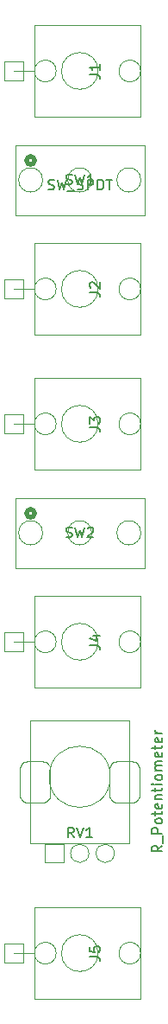
<source format=gbr>
%TF.GenerationSoftware,KiCad,Pcbnew,8.0.5*%
%TF.CreationDate,2024-11-22T22:07:00+00:00*%
%TF.ProjectId,dirty-mixer,64697274-792d-46d6-9978-65722e6b6963,rev?*%
%TF.SameCoordinates,Original*%
%TF.FileFunction,AssemblyDrawing,Top*%
%FSLAX46Y46*%
G04 Gerber Fmt 4.6, Leading zero omitted, Abs format (unit mm)*
G04 Created by KiCad (PCBNEW 8.0.5) date 2024-11-22 22:07:00*
%MOMM*%
%LPD*%
G01*
G04 APERTURE LIST*
%ADD10C,0.150000*%
%ADD11C,0.100000*%
%ADD12C,0.025400*%
%ADD13C,0.508000*%
%ADD14C,0.100000*%
%TD*%
G04 APERTURE END LIST*
D10*
X110554819Y-158829333D02*
X111269104Y-158829333D01*
X111269104Y-158829333D02*
X111411961Y-158876952D01*
X111411961Y-158876952D02*
X111507200Y-158972190D01*
X111507200Y-158972190D02*
X111554819Y-159115047D01*
X111554819Y-159115047D02*
X111554819Y-159210285D01*
X110554819Y-157876952D02*
X110554819Y-158353142D01*
X110554819Y-158353142D02*
X111031009Y-158400761D01*
X111031009Y-158400761D02*
X110983390Y-158353142D01*
X110983390Y-158353142D02*
X110935771Y-158257904D01*
X110935771Y-158257904D02*
X110935771Y-158019809D01*
X110935771Y-158019809D02*
X110983390Y-157924571D01*
X110983390Y-157924571D02*
X111031009Y-157876952D01*
X111031009Y-157876952D02*
X111126247Y-157829333D01*
X111126247Y-157829333D02*
X111364342Y-157829333D01*
X111364342Y-157829333D02*
X111459580Y-157876952D01*
X111459580Y-157876952D02*
X111507200Y-157924571D01*
X111507200Y-157924571D02*
X111554819Y-158019809D01*
X111554819Y-158019809D02*
X111554819Y-158257904D01*
X111554819Y-158257904D02*
X111507200Y-158353142D01*
X111507200Y-158353142D02*
X111459580Y-158400761D01*
X117684819Y-147967715D02*
X117208628Y-148301048D01*
X117684819Y-148539143D02*
X116684819Y-148539143D01*
X116684819Y-148539143D02*
X116684819Y-148158191D01*
X116684819Y-148158191D02*
X116732438Y-148062953D01*
X116732438Y-148062953D02*
X116780057Y-148015334D01*
X116780057Y-148015334D02*
X116875295Y-147967715D01*
X116875295Y-147967715D02*
X117018152Y-147967715D01*
X117018152Y-147967715D02*
X117113390Y-148015334D01*
X117113390Y-148015334D02*
X117161009Y-148062953D01*
X117161009Y-148062953D02*
X117208628Y-148158191D01*
X117208628Y-148158191D02*
X117208628Y-148539143D01*
X117780057Y-147777239D02*
X117780057Y-147015334D01*
X117684819Y-146777238D02*
X116684819Y-146777238D01*
X116684819Y-146777238D02*
X116684819Y-146396286D01*
X116684819Y-146396286D02*
X116732438Y-146301048D01*
X116732438Y-146301048D02*
X116780057Y-146253429D01*
X116780057Y-146253429D02*
X116875295Y-146205810D01*
X116875295Y-146205810D02*
X117018152Y-146205810D01*
X117018152Y-146205810D02*
X117113390Y-146253429D01*
X117113390Y-146253429D02*
X117161009Y-146301048D01*
X117161009Y-146301048D02*
X117208628Y-146396286D01*
X117208628Y-146396286D02*
X117208628Y-146777238D01*
X117684819Y-145634381D02*
X117637200Y-145729619D01*
X117637200Y-145729619D02*
X117589580Y-145777238D01*
X117589580Y-145777238D02*
X117494342Y-145824857D01*
X117494342Y-145824857D02*
X117208628Y-145824857D01*
X117208628Y-145824857D02*
X117113390Y-145777238D01*
X117113390Y-145777238D02*
X117065771Y-145729619D01*
X117065771Y-145729619D02*
X117018152Y-145634381D01*
X117018152Y-145634381D02*
X117018152Y-145491524D01*
X117018152Y-145491524D02*
X117065771Y-145396286D01*
X117065771Y-145396286D02*
X117113390Y-145348667D01*
X117113390Y-145348667D02*
X117208628Y-145301048D01*
X117208628Y-145301048D02*
X117494342Y-145301048D01*
X117494342Y-145301048D02*
X117589580Y-145348667D01*
X117589580Y-145348667D02*
X117637200Y-145396286D01*
X117637200Y-145396286D02*
X117684819Y-145491524D01*
X117684819Y-145491524D02*
X117684819Y-145634381D01*
X117018152Y-145015333D02*
X117018152Y-144634381D01*
X116684819Y-144872476D02*
X117541961Y-144872476D01*
X117541961Y-144872476D02*
X117637200Y-144824857D01*
X117637200Y-144824857D02*
X117684819Y-144729619D01*
X117684819Y-144729619D02*
X117684819Y-144634381D01*
X117637200Y-143920095D02*
X117684819Y-144015333D01*
X117684819Y-144015333D02*
X117684819Y-144205809D01*
X117684819Y-144205809D02*
X117637200Y-144301047D01*
X117637200Y-144301047D02*
X117541961Y-144348666D01*
X117541961Y-144348666D02*
X117161009Y-144348666D01*
X117161009Y-144348666D02*
X117065771Y-144301047D01*
X117065771Y-144301047D02*
X117018152Y-144205809D01*
X117018152Y-144205809D02*
X117018152Y-144015333D01*
X117018152Y-144015333D02*
X117065771Y-143920095D01*
X117065771Y-143920095D02*
X117161009Y-143872476D01*
X117161009Y-143872476D02*
X117256247Y-143872476D01*
X117256247Y-143872476D02*
X117351485Y-144348666D01*
X117018152Y-143443904D02*
X117684819Y-143443904D01*
X117113390Y-143443904D02*
X117065771Y-143396285D01*
X117065771Y-143396285D02*
X117018152Y-143301047D01*
X117018152Y-143301047D02*
X117018152Y-143158190D01*
X117018152Y-143158190D02*
X117065771Y-143062952D01*
X117065771Y-143062952D02*
X117161009Y-143015333D01*
X117161009Y-143015333D02*
X117684819Y-143015333D01*
X117018152Y-142681999D02*
X117018152Y-142301047D01*
X116684819Y-142539142D02*
X117541961Y-142539142D01*
X117541961Y-142539142D02*
X117637200Y-142491523D01*
X117637200Y-142491523D02*
X117684819Y-142396285D01*
X117684819Y-142396285D02*
X117684819Y-142301047D01*
X117684819Y-141967713D02*
X117018152Y-141967713D01*
X116684819Y-141967713D02*
X116732438Y-142015332D01*
X116732438Y-142015332D02*
X116780057Y-141967713D01*
X116780057Y-141967713D02*
X116732438Y-141920094D01*
X116732438Y-141920094D02*
X116684819Y-141967713D01*
X116684819Y-141967713D02*
X116780057Y-141967713D01*
X117684819Y-141348666D02*
X117637200Y-141443904D01*
X117637200Y-141443904D02*
X117589580Y-141491523D01*
X117589580Y-141491523D02*
X117494342Y-141539142D01*
X117494342Y-141539142D02*
X117208628Y-141539142D01*
X117208628Y-141539142D02*
X117113390Y-141491523D01*
X117113390Y-141491523D02*
X117065771Y-141443904D01*
X117065771Y-141443904D02*
X117018152Y-141348666D01*
X117018152Y-141348666D02*
X117018152Y-141205809D01*
X117018152Y-141205809D02*
X117065771Y-141110571D01*
X117065771Y-141110571D02*
X117113390Y-141062952D01*
X117113390Y-141062952D02*
X117208628Y-141015333D01*
X117208628Y-141015333D02*
X117494342Y-141015333D01*
X117494342Y-141015333D02*
X117589580Y-141062952D01*
X117589580Y-141062952D02*
X117637200Y-141110571D01*
X117637200Y-141110571D02*
X117684819Y-141205809D01*
X117684819Y-141205809D02*
X117684819Y-141348666D01*
X117684819Y-140586761D02*
X117018152Y-140586761D01*
X117113390Y-140586761D02*
X117065771Y-140539142D01*
X117065771Y-140539142D02*
X117018152Y-140443904D01*
X117018152Y-140443904D02*
X117018152Y-140301047D01*
X117018152Y-140301047D02*
X117065771Y-140205809D01*
X117065771Y-140205809D02*
X117161009Y-140158190D01*
X117161009Y-140158190D02*
X117684819Y-140158190D01*
X117161009Y-140158190D02*
X117065771Y-140110571D01*
X117065771Y-140110571D02*
X117018152Y-140015333D01*
X117018152Y-140015333D02*
X117018152Y-139872476D01*
X117018152Y-139872476D02*
X117065771Y-139777237D01*
X117065771Y-139777237D02*
X117161009Y-139729618D01*
X117161009Y-139729618D02*
X117684819Y-139729618D01*
X117637200Y-138872476D02*
X117684819Y-138967714D01*
X117684819Y-138967714D02*
X117684819Y-139158190D01*
X117684819Y-139158190D02*
X117637200Y-139253428D01*
X117637200Y-139253428D02*
X117541961Y-139301047D01*
X117541961Y-139301047D02*
X117161009Y-139301047D01*
X117161009Y-139301047D02*
X117065771Y-139253428D01*
X117065771Y-139253428D02*
X117018152Y-139158190D01*
X117018152Y-139158190D02*
X117018152Y-138967714D01*
X117018152Y-138967714D02*
X117065771Y-138872476D01*
X117065771Y-138872476D02*
X117161009Y-138824857D01*
X117161009Y-138824857D02*
X117256247Y-138824857D01*
X117256247Y-138824857D02*
X117351485Y-139301047D01*
X117018152Y-138539142D02*
X117018152Y-138158190D01*
X116684819Y-138396285D02*
X117541961Y-138396285D01*
X117541961Y-138396285D02*
X117637200Y-138348666D01*
X117637200Y-138348666D02*
X117684819Y-138253428D01*
X117684819Y-138253428D02*
X117684819Y-138158190D01*
X117637200Y-137443904D02*
X117684819Y-137539142D01*
X117684819Y-137539142D02*
X117684819Y-137729618D01*
X117684819Y-137729618D02*
X117637200Y-137824856D01*
X117637200Y-137824856D02*
X117541961Y-137872475D01*
X117541961Y-137872475D02*
X117161009Y-137872475D01*
X117161009Y-137872475D02*
X117065771Y-137824856D01*
X117065771Y-137824856D02*
X117018152Y-137729618D01*
X117018152Y-137729618D02*
X117018152Y-137539142D01*
X117018152Y-137539142D02*
X117065771Y-137443904D01*
X117065771Y-137443904D02*
X117161009Y-137396285D01*
X117161009Y-137396285D02*
X117256247Y-137396285D01*
X117256247Y-137396285D02*
X117351485Y-137872475D01*
X117684819Y-136967713D02*
X117018152Y-136967713D01*
X117208628Y-136967713D02*
X117113390Y-136920094D01*
X117113390Y-136920094D02*
X117065771Y-136872475D01*
X117065771Y-136872475D02*
X117018152Y-136777237D01*
X117018152Y-136777237D02*
X117018152Y-136681999D01*
X108984761Y-147186819D02*
X108651428Y-146710628D01*
X108413333Y-147186819D02*
X108413333Y-146186819D01*
X108413333Y-146186819D02*
X108794285Y-146186819D01*
X108794285Y-146186819D02*
X108889523Y-146234438D01*
X108889523Y-146234438D02*
X108937142Y-146282057D01*
X108937142Y-146282057D02*
X108984761Y-146377295D01*
X108984761Y-146377295D02*
X108984761Y-146520152D01*
X108984761Y-146520152D02*
X108937142Y-146615390D01*
X108937142Y-146615390D02*
X108889523Y-146663009D01*
X108889523Y-146663009D02*
X108794285Y-146710628D01*
X108794285Y-146710628D02*
X108413333Y-146710628D01*
X109270476Y-146186819D02*
X109603809Y-147186819D01*
X109603809Y-147186819D02*
X109937142Y-146186819D01*
X110794285Y-147186819D02*
X110222857Y-147186819D01*
X110508571Y-147186819D02*
X110508571Y-146186819D01*
X110508571Y-146186819D02*
X110413333Y-146329676D01*
X110413333Y-146329676D02*
X110318095Y-146424914D01*
X110318095Y-146424914D02*
X110222857Y-146472533D01*
X110554819Y-107013333D02*
X111269104Y-107013333D01*
X111269104Y-107013333D02*
X111411961Y-107060952D01*
X111411961Y-107060952D02*
X111507200Y-107156190D01*
X111507200Y-107156190D02*
X111554819Y-107299047D01*
X111554819Y-107299047D02*
X111554819Y-107394285D01*
X110554819Y-106632380D02*
X110554819Y-106013333D01*
X110554819Y-106013333D02*
X110935771Y-106346666D01*
X110935771Y-106346666D02*
X110935771Y-106203809D01*
X110935771Y-106203809D02*
X110983390Y-106108571D01*
X110983390Y-106108571D02*
X111031009Y-106060952D01*
X111031009Y-106060952D02*
X111126247Y-106013333D01*
X111126247Y-106013333D02*
X111364342Y-106013333D01*
X111364342Y-106013333D02*
X111459580Y-106060952D01*
X111459580Y-106060952D02*
X111507200Y-106108571D01*
X111507200Y-106108571D02*
X111554819Y-106203809D01*
X111554819Y-106203809D02*
X111554819Y-106489523D01*
X111554819Y-106489523D02*
X111507200Y-106584761D01*
X111507200Y-106584761D02*
X111459580Y-106632380D01*
X106480762Y-83719200D02*
X106623619Y-83766819D01*
X106623619Y-83766819D02*
X106861714Y-83766819D01*
X106861714Y-83766819D02*
X106956952Y-83719200D01*
X106956952Y-83719200D02*
X107004571Y-83671580D01*
X107004571Y-83671580D02*
X107052190Y-83576342D01*
X107052190Y-83576342D02*
X107052190Y-83481104D01*
X107052190Y-83481104D02*
X107004571Y-83385866D01*
X107004571Y-83385866D02*
X106956952Y-83338247D01*
X106956952Y-83338247D02*
X106861714Y-83290628D01*
X106861714Y-83290628D02*
X106671238Y-83243009D01*
X106671238Y-83243009D02*
X106576000Y-83195390D01*
X106576000Y-83195390D02*
X106528381Y-83147771D01*
X106528381Y-83147771D02*
X106480762Y-83052533D01*
X106480762Y-83052533D02*
X106480762Y-82957295D01*
X106480762Y-82957295D02*
X106528381Y-82862057D01*
X106528381Y-82862057D02*
X106576000Y-82814438D01*
X106576000Y-82814438D02*
X106671238Y-82766819D01*
X106671238Y-82766819D02*
X106909333Y-82766819D01*
X106909333Y-82766819D02*
X107052190Y-82814438D01*
X107385524Y-82766819D02*
X107623619Y-83766819D01*
X107623619Y-83766819D02*
X107814095Y-83052533D01*
X107814095Y-83052533D02*
X108004571Y-83766819D01*
X108004571Y-83766819D02*
X108242667Y-82766819D01*
X108385524Y-83862057D02*
X109147428Y-83862057D01*
X109337905Y-83719200D02*
X109480762Y-83766819D01*
X109480762Y-83766819D02*
X109718857Y-83766819D01*
X109718857Y-83766819D02*
X109814095Y-83719200D01*
X109814095Y-83719200D02*
X109861714Y-83671580D01*
X109861714Y-83671580D02*
X109909333Y-83576342D01*
X109909333Y-83576342D02*
X109909333Y-83481104D01*
X109909333Y-83481104D02*
X109861714Y-83385866D01*
X109861714Y-83385866D02*
X109814095Y-83338247D01*
X109814095Y-83338247D02*
X109718857Y-83290628D01*
X109718857Y-83290628D02*
X109528381Y-83243009D01*
X109528381Y-83243009D02*
X109433143Y-83195390D01*
X109433143Y-83195390D02*
X109385524Y-83147771D01*
X109385524Y-83147771D02*
X109337905Y-83052533D01*
X109337905Y-83052533D02*
X109337905Y-82957295D01*
X109337905Y-82957295D02*
X109385524Y-82862057D01*
X109385524Y-82862057D02*
X109433143Y-82814438D01*
X109433143Y-82814438D02*
X109528381Y-82766819D01*
X109528381Y-82766819D02*
X109766476Y-82766819D01*
X109766476Y-82766819D02*
X109909333Y-82814438D01*
X110337905Y-83766819D02*
X110337905Y-82766819D01*
X110337905Y-82766819D02*
X110718857Y-82766819D01*
X110718857Y-82766819D02*
X110814095Y-82814438D01*
X110814095Y-82814438D02*
X110861714Y-82862057D01*
X110861714Y-82862057D02*
X110909333Y-82957295D01*
X110909333Y-82957295D02*
X110909333Y-83100152D01*
X110909333Y-83100152D02*
X110861714Y-83195390D01*
X110861714Y-83195390D02*
X110814095Y-83243009D01*
X110814095Y-83243009D02*
X110718857Y-83290628D01*
X110718857Y-83290628D02*
X110337905Y-83290628D01*
X111337905Y-83766819D02*
X111337905Y-82766819D01*
X111337905Y-82766819D02*
X111576000Y-82766819D01*
X111576000Y-82766819D02*
X111718857Y-82814438D01*
X111718857Y-82814438D02*
X111814095Y-82909676D01*
X111814095Y-82909676D02*
X111861714Y-83004914D01*
X111861714Y-83004914D02*
X111909333Y-83195390D01*
X111909333Y-83195390D02*
X111909333Y-83338247D01*
X111909333Y-83338247D02*
X111861714Y-83528723D01*
X111861714Y-83528723D02*
X111814095Y-83623961D01*
X111814095Y-83623961D02*
X111718857Y-83719200D01*
X111718857Y-83719200D02*
X111576000Y-83766819D01*
X111576000Y-83766819D02*
X111337905Y-83766819D01*
X112195048Y-82766819D02*
X112766476Y-82766819D01*
X112480762Y-83766819D02*
X112480762Y-82766819D01*
X108242667Y-83211200D02*
X108385524Y-83258819D01*
X108385524Y-83258819D02*
X108623619Y-83258819D01*
X108623619Y-83258819D02*
X108718857Y-83211200D01*
X108718857Y-83211200D02*
X108766476Y-83163580D01*
X108766476Y-83163580D02*
X108814095Y-83068342D01*
X108814095Y-83068342D02*
X108814095Y-82973104D01*
X108814095Y-82973104D02*
X108766476Y-82877866D01*
X108766476Y-82877866D02*
X108718857Y-82830247D01*
X108718857Y-82830247D02*
X108623619Y-82782628D01*
X108623619Y-82782628D02*
X108433143Y-82735009D01*
X108433143Y-82735009D02*
X108337905Y-82687390D01*
X108337905Y-82687390D02*
X108290286Y-82639771D01*
X108290286Y-82639771D02*
X108242667Y-82544533D01*
X108242667Y-82544533D02*
X108242667Y-82449295D01*
X108242667Y-82449295D02*
X108290286Y-82354057D01*
X108290286Y-82354057D02*
X108337905Y-82306438D01*
X108337905Y-82306438D02*
X108433143Y-82258819D01*
X108433143Y-82258819D02*
X108671238Y-82258819D01*
X108671238Y-82258819D02*
X108814095Y-82306438D01*
X109147429Y-82258819D02*
X109385524Y-83258819D01*
X109385524Y-83258819D02*
X109576000Y-82544533D01*
X109576000Y-82544533D02*
X109766476Y-83258819D01*
X109766476Y-83258819D02*
X110004572Y-82258819D01*
X110909333Y-83258819D02*
X110337905Y-83258819D01*
X110623619Y-83258819D02*
X110623619Y-82258819D01*
X110623619Y-82258819D02*
X110528381Y-82401676D01*
X110528381Y-82401676D02*
X110433143Y-82496914D01*
X110433143Y-82496914D02*
X110337905Y-82544533D01*
X110554819Y-72469333D02*
X111269104Y-72469333D01*
X111269104Y-72469333D02*
X111411961Y-72516952D01*
X111411961Y-72516952D02*
X111507200Y-72612190D01*
X111507200Y-72612190D02*
X111554819Y-72755047D01*
X111554819Y-72755047D02*
X111554819Y-72850285D01*
X111554819Y-71469333D02*
X111554819Y-72040761D01*
X111554819Y-71755047D02*
X110554819Y-71755047D01*
X110554819Y-71755047D02*
X110697676Y-71850285D01*
X110697676Y-71850285D02*
X110792914Y-71945523D01*
X110792914Y-71945523D02*
X110840533Y-72040761D01*
X110554819Y-128349333D02*
X111269104Y-128349333D01*
X111269104Y-128349333D02*
X111411961Y-128396952D01*
X111411961Y-128396952D02*
X111507200Y-128492190D01*
X111507200Y-128492190D02*
X111554819Y-128635047D01*
X111554819Y-128635047D02*
X111554819Y-128730285D01*
X110888152Y-127444571D02*
X111554819Y-127444571D01*
X110507200Y-127682666D02*
X111221485Y-127920761D01*
X111221485Y-127920761D02*
X111221485Y-127301714D01*
X110554819Y-93805333D02*
X111269104Y-93805333D01*
X111269104Y-93805333D02*
X111411961Y-93852952D01*
X111411961Y-93852952D02*
X111507200Y-93948190D01*
X111507200Y-93948190D02*
X111554819Y-94091047D01*
X111554819Y-94091047D02*
X111554819Y-94186285D01*
X110650057Y-93376761D02*
X110602438Y-93329142D01*
X110602438Y-93329142D02*
X110554819Y-93233904D01*
X110554819Y-93233904D02*
X110554819Y-92995809D01*
X110554819Y-92995809D02*
X110602438Y-92900571D01*
X110602438Y-92900571D02*
X110650057Y-92852952D01*
X110650057Y-92852952D02*
X110745295Y-92805333D01*
X110745295Y-92805333D02*
X110840533Y-92805333D01*
X110840533Y-92805333D02*
X110983390Y-92852952D01*
X110983390Y-92852952D02*
X111554819Y-93424380D01*
X111554819Y-93424380D02*
X111554819Y-92805333D01*
X108242667Y-117755200D02*
X108385524Y-117802819D01*
X108385524Y-117802819D02*
X108623619Y-117802819D01*
X108623619Y-117802819D02*
X108718857Y-117755200D01*
X108718857Y-117755200D02*
X108766476Y-117707580D01*
X108766476Y-117707580D02*
X108814095Y-117612342D01*
X108814095Y-117612342D02*
X108814095Y-117517104D01*
X108814095Y-117517104D02*
X108766476Y-117421866D01*
X108766476Y-117421866D02*
X108718857Y-117374247D01*
X108718857Y-117374247D02*
X108623619Y-117326628D01*
X108623619Y-117326628D02*
X108433143Y-117279009D01*
X108433143Y-117279009D02*
X108337905Y-117231390D01*
X108337905Y-117231390D02*
X108290286Y-117183771D01*
X108290286Y-117183771D02*
X108242667Y-117088533D01*
X108242667Y-117088533D02*
X108242667Y-116993295D01*
X108242667Y-116993295D02*
X108290286Y-116898057D01*
X108290286Y-116898057D02*
X108337905Y-116850438D01*
X108337905Y-116850438D02*
X108433143Y-116802819D01*
X108433143Y-116802819D02*
X108671238Y-116802819D01*
X108671238Y-116802819D02*
X108814095Y-116850438D01*
X109147429Y-116802819D02*
X109385524Y-117802819D01*
X109385524Y-117802819D02*
X109576000Y-117088533D01*
X109576000Y-117088533D02*
X109766476Y-117802819D01*
X109766476Y-117802819D02*
X110004572Y-116802819D01*
X110337905Y-116898057D02*
X110385524Y-116850438D01*
X110385524Y-116850438D02*
X110480762Y-116802819D01*
X110480762Y-116802819D02*
X110718857Y-116802819D01*
X110718857Y-116802819D02*
X110814095Y-116850438D01*
X110814095Y-116850438D02*
X110861714Y-116898057D01*
X110861714Y-116898057D02*
X110909333Y-116993295D01*
X110909333Y-116993295D02*
X110909333Y-117088533D01*
X110909333Y-117088533D02*
X110861714Y-117231390D01*
X110861714Y-117231390D02*
X110290286Y-117802819D01*
X110290286Y-117802819D02*
X110909333Y-117802819D01*
D11*
%TO.C,J5*%
X103100000Y-158496000D02*
X105130000Y-158496000D01*
X105130000Y-153996000D02*
X105130000Y-162996000D01*
X115580000Y-153996000D02*
X105180000Y-153996000D01*
X115580000Y-153996000D02*
X115580000Y-162996000D01*
X115580000Y-162996000D02*
X105180000Y-162996000D01*
X111380000Y-158496000D02*
G75*
G02*
X107780000Y-158496000I-1800000J0D01*
G01*
X107780000Y-158496000D02*
G75*
G02*
X111380000Y-158496000I1800000J0D01*
G01*
%TO.C,RV1*%
X104680000Y-135732000D02*
X104680000Y-147732000D01*
X104680000Y-147732000D02*
X114480000Y-147732000D01*
X114480000Y-135732000D02*
X104680000Y-135732000D01*
X114480000Y-147732000D02*
X114480000Y-135732000D01*
X112580000Y-141232000D02*
G75*
G02*
X106580000Y-141232000I-3000000J0D01*
G01*
X106580000Y-141232000D02*
G75*
G02*
X112580000Y-141232000I3000000J0D01*
G01*
%TO.C,J3*%
X103100000Y-106680000D02*
X105130000Y-106680000D01*
X105130000Y-102180000D02*
X105130000Y-111180000D01*
X115580000Y-102180000D02*
X105180000Y-102180000D01*
X115580000Y-102180000D02*
X115580000Y-111180000D01*
X115580000Y-111180000D02*
X105180000Y-111180000D01*
X111380000Y-106680000D02*
G75*
G02*
X107780000Y-106680000I-1800000J0D01*
G01*
X107780000Y-106680000D02*
G75*
G02*
X111380000Y-106680000I1800000J0D01*
G01*
D12*
%TO.C,SW1*%
X103226000Y-79375000D02*
X103226000Y-86233000D01*
X103226000Y-86233000D02*
X115926000Y-86233000D01*
X115926000Y-79375000D02*
X103226000Y-79375000D01*
X115926000Y-86233000D02*
X115926000Y-79375000D01*
D13*
X105131000Y-80899000D02*
G75*
G02*
X104369000Y-80899000I-381000J0D01*
G01*
X104369000Y-80899000D02*
G75*
G02*
X105131000Y-80899000I381000J0D01*
G01*
D11*
%TO.C,J1*%
X103100000Y-72136000D02*
X105130000Y-72136000D01*
X105130000Y-67636000D02*
X105130000Y-76636000D01*
X115580000Y-67636000D02*
X105180000Y-67636000D01*
X115580000Y-67636000D02*
X115580000Y-76636000D01*
X115580000Y-76636000D02*
X105180000Y-76636000D01*
X111380000Y-72136000D02*
G75*
G02*
X107780000Y-72136000I-1800000J0D01*
G01*
X107780000Y-72136000D02*
G75*
G02*
X111380000Y-72136000I1800000J0D01*
G01*
%TO.C,J4*%
X103100000Y-128016000D02*
X105130000Y-128016000D01*
X105130000Y-123516000D02*
X105130000Y-132516000D01*
X115580000Y-123516000D02*
X105180000Y-123516000D01*
X115580000Y-123516000D02*
X115580000Y-132516000D01*
X115580000Y-132516000D02*
X105180000Y-132516000D01*
X111380000Y-128016000D02*
G75*
G02*
X107780000Y-128016000I-1800000J0D01*
G01*
X107780000Y-128016000D02*
G75*
G02*
X111380000Y-128016000I1800000J0D01*
G01*
%TO.C,J2*%
X103100000Y-93472000D02*
X105130000Y-93472000D01*
X105130000Y-88972000D02*
X105130000Y-97972000D01*
X115580000Y-88972000D02*
X105180000Y-88972000D01*
X115580000Y-88972000D02*
X115580000Y-97972000D01*
X115580000Y-97972000D02*
X105180000Y-97972000D01*
X111380000Y-93472000D02*
G75*
G02*
X107780000Y-93472000I-1800000J0D01*
G01*
X107780000Y-93472000D02*
G75*
G02*
X111380000Y-93472000I1800000J0D01*
G01*
D12*
%TO.C,SW2*%
X103226000Y-113919000D02*
X103226000Y-120777000D01*
X103226000Y-120777000D02*
X115926000Y-120777000D01*
X115926000Y-113919000D02*
X103226000Y-113919000D01*
X115926000Y-120777000D02*
X115926000Y-113919000D01*
D13*
X105131000Y-115443000D02*
G75*
G02*
X104369000Y-115443000I-381000J0D01*
G01*
X104369000Y-115443000D02*
G75*
G02*
X105131000Y-115443000I381000J0D01*
G01*
%TD*%
D11*
%TO.C,J5*%
X102185000Y-157531000D02*
X102185000Y-159461000D01*
X104015000Y-159461000D01*
X104015000Y-157531000D01*
X102185000Y-157531000D01*
X115565000Y-158496000D02*
G75*
G02*
X113435000Y-158496000I-1065000J0D01*
G01*
X113435000Y-158496000D02*
G75*
G02*
X115565000Y-158496000I1065000J0D01*
G01*
X107265000Y-158496000D02*
G75*
G02*
X105135000Y-158496000I-1065000J0D01*
G01*
X105135000Y-158496000D02*
G75*
G02*
X107265000Y-158496000I1065000J0D01*
G01*
%TD*%
%TO.C,RV1*%
X106180000Y-147832000D02*
X106180000Y-149632000D01*
X107980000Y-149632000D01*
X107980000Y-147832000D01*
X106180000Y-147832000D01*
X110480000Y-148732000D02*
G75*
G02*
X108680000Y-148732000I-900000J0D01*
G01*
X108680000Y-148732000D02*
G75*
G02*
X110480000Y-148732000I900000J0D01*
G01*
X112980000Y-148732000D02*
G75*
G02*
X111180000Y-148732000I-900000J0D01*
G01*
X111180000Y-148732000D02*
G75*
G02*
X112980000Y-148732000I900000J0D01*
G01*
D14*
D11*
X104430000Y-143732000D02*
X104278337Y-143716505D01*
X104113036Y-143661731D01*
X103964823Y-143570312D01*
X103841688Y-143447177D01*
X103750269Y-143298964D01*
X103695495Y-143133663D01*
X103680000Y-142982000D01*
X103680000Y-140482000D01*
X103695495Y-140330337D01*
X103750269Y-140165036D01*
X103841688Y-140016823D01*
X103964823Y-139893688D01*
X104113036Y-139802269D01*
X104278337Y-139747495D01*
X104430000Y-139732000D01*
X105930000Y-139732000D01*
X106081663Y-139747495D01*
X106246964Y-139802269D01*
X106395177Y-139893688D01*
X106518312Y-140016823D01*
X106609731Y-140165036D01*
X106664505Y-140330337D01*
X106680000Y-140482000D01*
X106680000Y-142982000D01*
X106664505Y-143133663D01*
X106609731Y-143298964D01*
X106518312Y-143447177D01*
X106395177Y-143570312D01*
X106246964Y-143661731D01*
X106081663Y-143716505D01*
X105930000Y-143732000D01*
X104430000Y-143732000D01*
D14*
D11*
X113230000Y-143732000D02*
X113078337Y-143716505D01*
X112913036Y-143661731D01*
X112764823Y-143570312D01*
X112641688Y-143447177D01*
X112550269Y-143298964D01*
X112495495Y-143133663D01*
X112480000Y-142982000D01*
X112480000Y-140482000D01*
X112495495Y-140330337D01*
X112550269Y-140165036D01*
X112641688Y-140016823D01*
X112764823Y-139893688D01*
X112913036Y-139802269D01*
X113078337Y-139747495D01*
X113230000Y-139732000D01*
X114730000Y-139732000D01*
X114881663Y-139747495D01*
X115046964Y-139802269D01*
X115195177Y-139893688D01*
X115318312Y-140016823D01*
X115409731Y-140165036D01*
X115464505Y-140330337D01*
X115480000Y-140482000D01*
X115480000Y-142982000D01*
X115464505Y-143133663D01*
X115409731Y-143298964D01*
X115318312Y-143447177D01*
X115195177Y-143570312D01*
X115046964Y-143661731D01*
X114881663Y-143716505D01*
X114730000Y-143732000D01*
X113230000Y-143732000D01*
%TD*%
%TO.C,J3*%
X102185000Y-105715000D02*
X102185000Y-107645000D01*
X104015000Y-107645000D01*
X104015000Y-105715000D01*
X102185000Y-105715000D01*
X115565000Y-106680000D02*
G75*
G02*
X113435000Y-106680000I-1065000J0D01*
G01*
X113435000Y-106680000D02*
G75*
G02*
X115565000Y-106680000I1065000J0D01*
G01*
X107265000Y-106680000D02*
G75*
G02*
X105135000Y-106680000I-1065000J0D01*
G01*
X105135000Y-106680000D02*
G75*
G02*
X107265000Y-106680000I1065000J0D01*
G01*
%TD*%
%TO.C,SW1*%
X105931100Y-82804000D02*
G75*
G02*
X103568900Y-82804000I-1181100J0D01*
G01*
X103568900Y-82804000D02*
G75*
G02*
X105931100Y-82804000I1181100J0D01*
G01*
X110757100Y-82804000D02*
G75*
G02*
X108394900Y-82804000I-1181100J0D01*
G01*
X108394900Y-82804000D02*
G75*
G02*
X110757100Y-82804000I1181100J0D01*
G01*
X115583100Y-82804000D02*
G75*
G02*
X113220900Y-82804000I-1181100J0D01*
G01*
X113220900Y-82804000D02*
G75*
G02*
X115583100Y-82804000I1181100J0D01*
G01*
%TD*%
%TO.C,J1*%
X102185000Y-71171000D02*
X102185000Y-73101000D01*
X104015000Y-73101000D01*
X104015000Y-71171000D01*
X102185000Y-71171000D01*
X115565000Y-72136000D02*
G75*
G02*
X113435000Y-72136000I-1065000J0D01*
G01*
X113435000Y-72136000D02*
G75*
G02*
X115565000Y-72136000I1065000J0D01*
G01*
X107265000Y-72136000D02*
G75*
G02*
X105135000Y-72136000I-1065000J0D01*
G01*
X105135000Y-72136000D02*
G75*
G02*
X107265000Y-72136000I1065000J0D01*
G01*
%TD*%
%TO.C,J4*%
X102185000Y-127051000D02*
X102185000Y-128981000D01*
X104015000Y-128981000D01*
X104015000Y-127051000D01*
X102185000Y-127051000D01*
X115565000Y-128016000D02*
G75*
G02*
X113435000Y-128016000I-1065000J0D01*
G01*
X113435000Y-128016000D02*
G75*
G02*
X115565000Y-128016000I1065000J0D01*
G01*
X107265000Y-128016000D02*
G75*
G02*
X105135000Y-128016000I-1065000J0D01*
G01*
X105135000Y-128016000D02*
G75*
G02*
X107265000Y-128016000I1065000J0D01*
G01*
%TD*%
%TO.C,J2*%
X102185000Y-92507000D02*
X102185000Y-94437000D01*
X104015000Y-94437000D01*
X104015000Y-92507000D01*
X102185000Y-92507000D01*
X115565000Y-93472000D02*
G75*
G02*
X113435000Y-93472000I-1065000J0D01*
G01*
X113435000Y-93472000D02*
G75*
G02*
X115565000Y-93472000I1065000J0D01*
G01*
X107265000Y-93472000D02*
G75*
G02*
X105135000Y-93472000I-1065000J0D01*
G01*
X105135000Y-93472000D02*
G75*
G02*
X107265000Y-93472000I1065000J0D01*
G01*
%TD*%
%TO.C,SW2*%
X105931100Y-117348000D02*
G75*
G02*
X103568900Y-117348000I-1181100J0D01*
G01*
X103568900Y-117348000D02*
G75*
G02*
X105931100Y-117348000I1181100J0D01*
G01*
X110757100Y-117348000D02*
G75*
G02*
X108394900Y-117348000I-1181100J0D01*
G01*
X108394900Y-117348000D02*
G75*
G02*
X110757100Y-117348000I1181100J0D01*
G01*
X115583100Y-117348000D02*
G75*
G02*
X113220900Y-117348000I-1181100J0D01*
G01*
X113220900Y-117348000D02*
G75*
G02*
X115583100Y-117348000I1181100J0D01*
G01*
%TD*%
M02*

</source>
